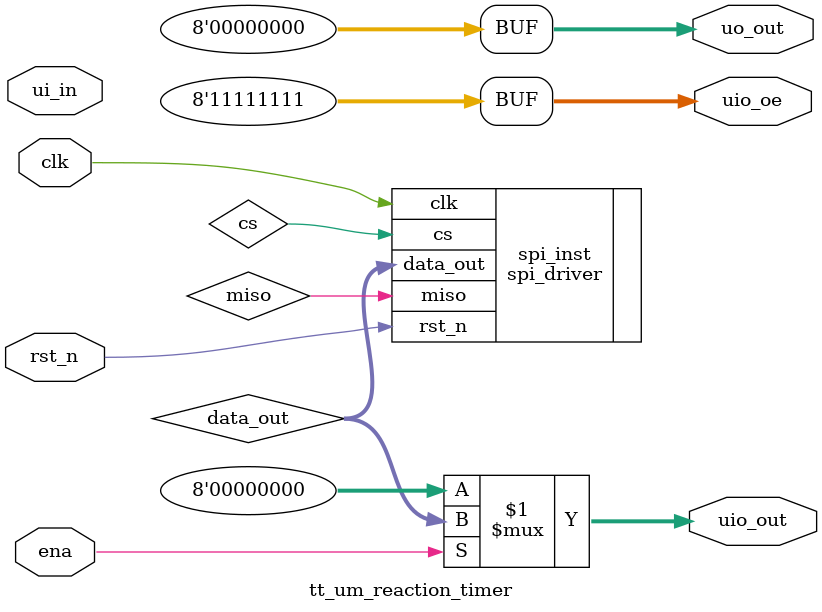
<source format=v>
module tt_um_reaction_timer (
    input wire clk,
    input wire rst_n,
    input wire [7:0] ui_in,
    output wire [7:0] uo_out,
    output wire [7:0] uio_out,
    output wire [7:0] uio_oe,
    input wire ena
);

    wire miso, cs;
    wire [7:0] data_out;

    // SPI driver instance
    spi_driver spi_inst (
        .clk(clk),
        .rst_n(rst_n),
        .miso(miso),
        .cs(cs),
        .data_out(data_out)
    );

    // Logic to connect ui_in and handle outputs
    assign uo_out = 8'b0; // Assign outputs as needed

    // Assuming uio_oe is used for controlling tri-state outputs
    assign uio_oe = 8'b11111111; // Example: set all as outputs

    // Connect data_out from SPI driver to uio_out if needed
    assign uio_out = (ena) ? data_out : 8'b0;

    // Debugging
    initial begin
        $monitor("At time %t, ui_in = %h, miso = %b, cs = %b, data_out = %h, uo_out = %h, uio_out = %h, uio_oe = %h", $time, ui_in, miso, cs, data_out, uo_out, uio_out, uio_oe);
    end

    // Additional logic goes here

endmodule

</source>
